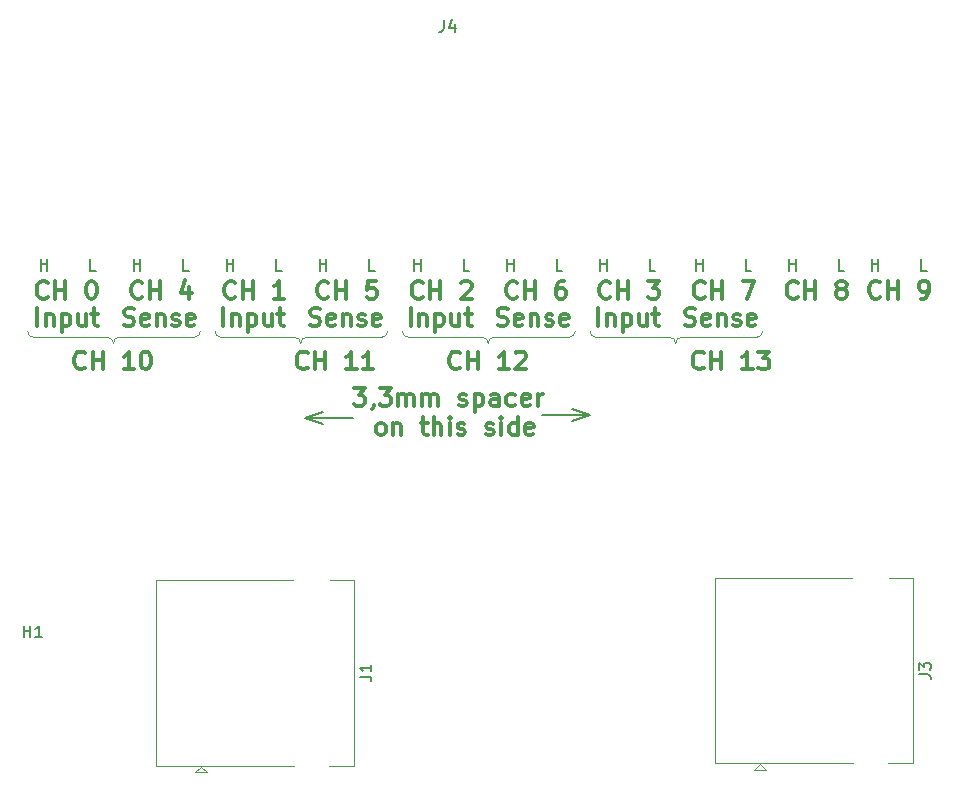
<source format=gto>
G04 #@! TF.GenerationSoftware,KiCad,Pcbnew,(5.99.0-12896-g1860893d63)*
G04 #@! TF.CreationDate,2021-12-10T21:36:47+01:00*
G04 #@! TF.ProjectId,HP_44491A_to_UTP_v2,48505f34-3434-4393-9141-5f746f5f5554,rev?*
G04 #@! TF.SameCoordinates,Original*
G04 #@! TF.FileFunction,Legend,Top*
G04 #@! TF.FilePolarity,Positive*
%FSLAX46Y46*%
G04 Gerber Fmt 4.6, Leading zero omitted, Abs format (unit mm)*
G04 Created by KiCad (PCBNEW (5.99.0-12896-g1860893d63)) date 2021-12-10 21:36:47*
%MOMM*%
%LPD*%
G01*
G04 APERTURE LIST*
G04 Aperture macros list*
%AMFreePoly0*
4,1,7,-2.370000,-16.300000,-5.155000,-16.300000,-5.155000,-13.800000,-3.970000,-13.800000,-3.970000,-5.600000,-2.370000,-5.600000,-2.370000,-16.300000,-2.370000,-16.300000,$1*%
%AMFreePoly1*
4,1,7,1.600000,-16.300000,-1.185000,-16.300000,-1.185000,-13.800000,0.000000,-13.800000,0.000000,0.000000,1.600000,0.000000,1.600000,-16.300000,1.600000,-16.300000,$1*%
G04 Aperture macros list end*
%ADD10C,0.152400*%
%ADD11C,0.304800*%
%ADD12C,0.150000*%
%ADD13C,0.300000*%
%ADD14C,0.120000*%
%ADD15C,3.650000*%
%ADD16R,1.500000X1.500000*%
%ADD17C,1.500000*%
%ADD18C,3.000000*%
%ADD19C,0.900000*%
%ADD20C,12.800000*%
%ADD21C,8.000000*%
%ADD22FreePoly0,0.000000*%
%ADD23FreePoly1,0.000000*%
G04 APERTURE END LIST*
D10*
X145034000Y-49022000D02*
X140970000Y-49022000D01*
X143510000Y-49530000D02*
X145034000Y-49022000D01*
X145034000Y-49022000D02*
X143510000Y-48514000D01*
X120904000Y-49276000D02*
X122428000Y-48768000D01*
X122428000Y-48768000D02*
X120904000Y-49276000D01*
X143510000Y-48514000D02*
X145034000Y-49022000D01*
X120904000Y-49276000D02*
X124968000Y-49276000D01*
X120904000Y-49276000D02*
X122428000Y-49784000D01*
X145034000Y-49022000D02*
X143510000Y-49530000D01*
X122428000Y-49784000D02*
X120904000Y-49276000D01*
D11*
X125040571Y-46706608D02*
X125984000Y-46706608D01*
X125476000Y-47287180D01*
X125693714Y-47287180D01*
X125838857Y-47359751D01*
X125911428Y-47432322D01*
X125984000Y-47577465D01*
X125984000Y-47940322D01*
X125911428Y-48085465D01*
X125838857Y-48158037D01*
X125693714Y-48230608D01*
X125258285Y-48230608D01*
X125113142Y-48158037D01*
X125040571Y-48085465D01*
X126709714Y-48158037D02*
X126709714Y-48230608D01*
X126637142Y-48375751D01*
X126564571Y-48448322D01*
X127217714Y-46706608D02*
X128161142Y-46706608D01*
X127653142Y-47287180D01*
X127870857Y-47287180D01*
X128016000Y-47359751D01*
X128088571Y-47432322D01*
X128161142Y-47577465D01*
X128161142Y-47940322D01*
X128088571Y-48085465D01*
X128016000Y-48158037D01*
X127870857Y-48230608D01*
X127435428Y-48230608D01*
X127290285Y-48158037D01*
X127217714Y-48085465D01*
X128814285Y-48230608D02*
X128814285Y-47214608D01*
X128814285Y-47359751D02*
X128886857Y-47287180D01*
X129032000Y-47214608D01*
X129249714Y-47214608D01*
X129394857Y-47287180D01*
X129467428Y-47432322D01*
X129467428Y-48230608D01*
X129467428Y-47432322D02*
X129540000Y-47287180D01*
X129685142Y-47214608D01*
X129902857Y-47214608D01*
X130048000Y-47287180D01*
X130120571Y-47432322D01*
X130120571Y-48230608D01*
X130846285Y-48230608D02*
X130846285Y-47214608D01*
X130846285Y-47359751D02*
X130918857Y-47287180D01*
X131064000Y-47214608D01*
X131281714Y-47214608D01*
X131426857Y-47287180D01*
X131499428Y-47432322D01*
X131499428Y-48230608D01*
X131499428Y-47432322D02*
X131572000Y-47287180D01*
X131717142Y-47214608D01*
X131934857Y-47214608D01*
X132080000Y-47287180D01*
X132152571Y-47432322D01*
X132152571Y-48230608D01*
X133966857Y-48158037D02*
X134112000Y-48230608D01*
X134402285Y-48230608D01*
X134547428Y-48158037D01*
X134620000Y-48012894D01*
X134620000Y-47940322D01*
X134547428Y-47795180D01*
X134402285Y-47722608D01*
X134184571Y-47722608D01*
X134039428Y-47650037D01*
X133966857Y-47504894D01*
X133966857Y-47432322D01*
X134039428Y-47287180D01*
X134184571Y-47214608D01*
X134402285Y-47214608D01*
X134547428Y-47287180D01*
X135273142Y-47214608D02*
X135273142Y-48738608D01*
X135273142Y-47287180D02*
X135418285Y-47214608D01*
X135708571Y-47214608D01*
X135853714Y-47287180D01*
X135926285Y-47359751D01*
X135998857Y-47504894D01*
X135998857Y-47940322D01*
X135926285Y-48085465D01*
X135853714Y-48158037D01*
X135708571Y-48230608D01*
X135418285Y-48230608D01*
X135273142Y-48158037D01*
X137305142Y-48230608D02*
X137305142Y-47432322D01*
X137232571Y-47287180D01*
X137087428Y-47214608D01*
X136797142Y-47214608D01*
X136652000Y-47287180D01*
X137305142Y-48158037D02*
X137160000Y-48230608D01*
X136797142Y-48230608D01*
X136652000Y-48158037D01*
X136579428Y-48012894D01*
X136579428Y-47867751D01*
X136652000Y-47722608D01*
X136797142Y-47650037D01*
X137160000Y-47650037D01*
X137305142Y-47577465D01*
X138684000Y-48158037D02*
X138538857Y-48230608D01*
X138248571Y-48230608D01*
X138103428Y-48158037D01*
X138030857Y-48085465D01*
X137958285Y-47940322D01*
X137958285Y-47504894D01*
X138030857Y-47359751D01*
X138103428Y-47287180D01*
X138248571Y-47214608D01*
X138538857Y-47214608D01*
X138684000Y-47287180D01*
X139917714Y-48158037D02*
X139772571Y-48230608D01*
X139482285Y-48230608D01*
X139337142Y-48158037D01*
X139264571Y-48012894D01*
X139264571Y-47432322D01*
X139337142Y-47287180D01*
X139482285Y-47214608D01*
X139772571Y-47214608D01*
X139917714Y-47287180D01*
X139990285Y-47432322D01*
X139990285Y-47577465D01*
X139264571Y-47722608D01*
X140643428Y-48230608D02*
X140643428Y-47214608D01*
X140643428Y-47504894D02*
X140716000Y-47359751D01*
X140788571Y-47287180D01*
X140933714Y-47214608D01*
X141078857Y-47214608D01*
X127217714Y-50684248D02*
X127072571Y-50611677D01*
X127000000Y-50539105D01*
X126927428Y-50393962D01*
X126927428Y-49958534D01*
X127000000Y-49813391D01*
X127072571Y-49740820D01*
X127217714Y-49668248D01*
X127435428Y-49668248D01*
X127580571Y-49740820D01*
X127653142Y-49813391D01*
X127725714Y-49958534D01*
X127725714Y-50393962D01*
X127653142Y-50539105D01*
X127580571Y-50611677D01*
X127435428Y-50684248D01*
X127217714Y-50684248D01*
X128378857Y-49668248D02*
X128378857Y-50684248D01*
X128378857Y-49813391D02*
X128451428Y-49740820D01*
X128596571Y-49668248D01*
X128814285Y-49668248D01*
X128959428Y-49740820D01*
X129032000Y-49885962D01*
X129032000Y-50684248D01*
X130701142Y-49668248D02*
X131281714Y-49668248D01*
X130918857Y-49160248D02*
X130918857Y-50466534D01*
X130991428Y-50611677D01*
X131136571Y-50684248D01*
X131281714Y-50684248D01*
X131789714Y-50684248D02*
X131789714Y-49160248D01*
X132442857Y-50684248D02*
X132442857Y-49885962D01*
X132370285Y-49740820D01*
X132225142Y-49668248D01*
X132007428Y-49668248D01*
X131862285Y-49740820D01*
X131789714Y-49813391D01*
X133168571Y-50684248D02*
X133168571Y-49668248D01*
X133168571Y-49160248D02*
X133096000Y-49232820D01*
X133168571Y-49305391D01*
X133241142Y-49232820D01*
X133168571Y-49160248D01*
X133168571Y-49305391D01*
X133821714Y-50611677D02*
X133966857Y-50684248D01*
X134257142Y-50684248D01*
X134402285Y-50611677D01*
X134474857Y-50466534D01*
X134474857Y-50393962D01*
X134402285Y-50248820D01*
X134257142Y-50176248D01*
X134039428Y-50176248D01*
X133894285Y-50103677D01*
X133821714Y-49958534D01*
X133821714Y-49885962D01*
X133894285Y-49740820D01*
X134039428Y-49668248D01*
X134257142Y-49668248D01*
X134402285Y-49740820D01*
X136216571Y-50611677D02*
X136361714Y-50684248D01*
X136652000Y-50684248D01*
X136797142Y-50611677D01*
X136869714Y-50466534D01*
X136869714Y-50393962D01*
X136797142Y-50248820D01*
X136652000Y-50176248D01*
X136434285Y-50176248D01*
X136289142Y-50103677D01*
X136216571Y-49958534D01*
X136216571Y-49885962D01*
X136289142Y-49740820D01*
X136434285Y-49668248D01*
X136652000Y-49668248D01*
X136797142Y-49740820D01*
X137522857Y-50684248D02*
X137522857Y-49668248D01*
X137522857Y-49160248D02*
X137450285Y-49232820D01*
X137522857Y-49305391D01*
X137595428Y-49232820D01*
X137522857Y-49160248D01*
X137522857Y-49305391D01*
X138901714Y-50684248D02*
X138901714Y-49160248D01*
X138901714Y-50611677D02*
X138756571Y-50684248D01*
X138466285Y-50684248D01*
X138321142Y-50611677D01*
X138248571Y-50539105D01*
X138176000Y-50393962D01*
X138176000Y-49958534D01*
X138248571Y-49813391D01*
X138321142Y-49740820D01*
X138466285Y-49668248D01*
X138756571Y-49668248D01*
X138901714Y-49740820D01*
X140208000Y-50611677D02*
X140062857Y-50684248D01*
X139772571Y-50684248D01*
X139627428Y-50611677D01*
X139554857Y-50466534D01*
X139554857Y-49885962D01*
X139627428Y-49740820D01*
X139772571Y-49668248D01*
X140062857Y-49668248D01*
X140208000Y-49740820D01*
X140280571Y-49885962D01*
X140280571Y-50031105D01*
X139554857Y-50176248D01*
D12*
X97078895Y-67829980D02*
X97078895Y-66829980D01*
X97078895Y-67306171D02*
X97650323Y-67306171D01*
X97650323Y-67829980D02*
X97650323Y-66829980D01*
X98650323Y-67829980D02*
X98078895Y-67829980D01*
X98364609Y-67829980D02*
X98364609Y-66829980D01*
X98269371Y-66972838D01*
X98174133Y-67068076D01*
X98078895Y-67115695D01*
X172891380Y-70963333D02*
X173605666Y-70963333D01*
X173748523Y-71010952D01*
X173843761Y-71106190D01*
X173891380Y-71249047D01*
X173891380Y-71344285D01*
X172891380Y-70582380D02*
X172891380Y-69963333D01*
X173272333Y-70296666D01*
X173272333Y-70153809D01*
X173319952Y-70058571D01*
X173367571Y-70010952D01*
X173462809Y-69963333D01*
X173700904Y-69963333D01*
X173796142Y-70010952D01*
X173843761Y-70058571D01*
X173891380Y-70153809D01*
X173891380Y-70439523D01*
X173843761Y-70534761D01*
X173796142Y-70582380D01*
X125520380Y-71141133D02*
X126234666Y-71141133D01*
X126377523Y-71188752D01*
X126472761Y-71283990D01*
X126520380Y-71426847D01*
X126520380Y-71522085D01*
X126520380Y-70141133D02*
X126520380Y-70712561D01*
X126520380Y-70426847D02*
X125520380Y-70426847D01*
X125663238Y-70522085D01*
X125758476Y-70617323D01*
X125806095Y-70712561D01*
X132661066Y-15555980D02*
X132661066Y-16270266D01*
X132613447Y-16413123D01*
X132518209Y-16508361D01*
X132375352Y-16555980D01*
X132280114Y-16555980D01*
X133565828Y-15889314D02*
X133565828Y-16555980D01*
X133327733Y-15508361D02*
X133089638Y-16222647D01*
X133708685Y-16222647D01*
D13*
X99109857Y-39016714D02*
X99038428Y-39088142D01*
X98824142Y-39159571D01*
X98681285Y-39159571D01*
X98467000Y-39088142D01*
X98324142Y-38945285D01*
X98252714Y-38802428D01*
X98181285Y-38516714D01*
X98181285Y-38302428D01*
X98252714Y-38016714D01*
X98324142Y-37873857D01*
X98467000Y-37731000D01*
X98681285Y-37659571D01*
X98824142Y-37659571D01*
X99038428Y-37731000D01*
X99109857Y-37802428D01*
X99752714Y-39159571D02*
X99752714Y-37659571D01*
X99752714Y-38373857D02*
X100609857Y-38373857D01*
X100609857Y-39159571D02*
X100609857Y-37659571D01*
X102752714Y-37659571D02*
X102895571Y-37659571D01*
X103038428Y-37731000D01*
X103109857Y-37802428D01*
X103181285Y-37945285D01*
X103252714Y-38231000D01*
X103252714Y-38588142D01*
X103181285Y-38873857D01*
X103109857Y-39016714D01*
X103038428Y-39088142D01*
X102895571Y-39159571D01*
X102752714Y-39159571D01*
X102609857Y-39088142D01*
X102538428Y-39016714D01*
X102467000Y-38873857D01*
X102395571Y-38588142D01*
X102395571Y-38231000D01*
X102467000Y-37945285D01*
X102538428Y-37802428D01*
X102609857Y-37731000D01*
X102752714Y-37659571D01*
D12*
X103185523Y-36774380D02*
X102709333Y-36774380D01*
X102709333Y-35774380D01*
X158684523Y-36774380D02*
X158208333Y-36774380D01*
X158208333Y-35774380D01*
X142682523Y-36774380D02*
X142206333Y-36774380D01*
X142206333Y-35774380D01*
D13*
X137214000Y-41374142D02*
X137428285Y-41445571D01*
X137785428Y-41445571D01*
X137928285Y-41374142D01*
X137999714Y-41302714D01*
X138071142Y-41159857D01*
X138071142Y-41017000D01*
X137999714Y-40874142D01*
X137928285Y-40802714D01*
X137785428Y-40731285D01*
X137499714Y-40659857D01*
X137356857Y-40588428D01*
X137285428Y-40517000D01*
X137214000Y-40374142D01*
X137214000Y-40231285D01*
X137285428Y-40088428D01*
X137356857Y-40017000D01*
X137499714Y-39945571D01*
X137856857Y-39945571D01*
X138071142Y-40017000D01*
X139285428Y-41374142D02*
X139142571Y-41445571D01*
X138856857Y-41445571D01*
X138714000Y-41374142D01*
X138642571Y-41231285D01*
X138642571Y-40659857D01*
X138714000Y-40517000D01*
X138856857Y-40445571D01*
X139142571Y-40445571D01*
X139285428Y-40517000D01*
X139356857Y-40659857D01*
X139356857Y-40802714D01*
X138642571Y-40945571D01*
X139999714Y-40445571D02*
X139999714Y-41445571D01*
X139999714Y-40588428D02*
X140071142Y-40517000D01*
X140214000Y-40445571D01*
X140428285Y-40445571D01*
X140571142Y-40517000D01*
X140642571Y-40659857D01*
X140642571Y-41445571D01*
X141285428Y-41374142D02*
X141428285Y-41445571D01*
X141714000Y-41445571D01*
X141856857Y-41374142D01*
X141928285Y-41231285D01*
X141928285Y-41159857D01*
X141856857Y-41017000D01*
X141714000Y-40945571D01*
X141499714Y-40945571D01*
X141356857Y-40874142D01*
X141285428Y-40731285D01*
X141285428Y-40659857D01*
X141356857Y-40517000D01*
X141499714Y-40445571D01*
X141714000Y-40445571D01*
X141856857Y-40517000D01*
X143142571Y-41374142D02*
X142999714Y-41445571D01*
X142714000Y-41445571D01*
X142571142Y-41374142D01*
X142499714Y-41231285D01*
X142499714Y-40659857D01*
X142571142Y-40517000D01*
X142714000Y-40445571D01*
X142999714Y-40445571D01*
X143142571Y-40517000D01*
X143214000Y-40659857D01*
X143214000Y-40802714D01*
X142499714Y-40945571D01*
D12*
X161899285Y-36774380D02*
X161899285Y-35774380D01*
X161899285Y-36250571D02*
X162470714Y-36250571D01*
X162470714Y-36774380D02*
X162470714Y-35774380D01*
D13*
X134019071Y-44985714D02*
X133947642Y-45057142D01*
X133733357Y-45128571D01*
X133590500Y-45128571D01*
X133376214Y-45057142D01*
X133233357Y-44914285D01*
X133161928Y-44771428D01*
X133090500Y-44485714D01*
X133090500Y-44271428D01*
X133161928Y-43985714D01*
X133233357Y-43842857D01*
X133376214Y-43700000D01*
X133590500Y-43628571D01*
X133733357Y-43628571D01*
X133947642Y-43700000D01*
X134019071Y-43771428D01*
X134661928Y-45128571D02*
X134661928Y-43628571D01*
X134661928Y-44342857D02*
X135519071Y-44342857D01*
X135519071Y-45128571D02*
X135519071Y-43628571D01*
X138161928Y-45128571D02*
X137304785Y-45128571D01*
X137733357Y-45128571D02*
X137733357Y-43628571D01*
X137590500Y-43842857D01*
X137447642Y-43985714D01*
X137304785Y-44057142D01*
X138733357Y-43771428D02*
X138804785Y-43700000D01*
X138947642Y-43628571D01*
X139304785Y-43628571D01*
X139447642Y-43700000D01*
X139519071Y-43771428D01*
X139590500Y-43914285D01*
X139590500Y-44057142D01*
X139519071Y-44271428D01*
X138661928Y-45128571D01*
X139590500Y-45128571D01*
D12*
X168878285Y-36774380D02*
X168878285Y-35774380D01*
X168878285Y-36250571D02*
X169449714Y-36250571D01*
X169449714Y-36774380D02*
X169449714Y-35774380D01*
D13*
X130859857Y-39016714D02*
X130788428Y-39088142D01*
X130574142Y-39159571D01*
X130431285Y-39159571D01*
X130217000Y-39088142D01*
X130074142Y-38945285D01*
X130002714Y-38802428D01*
X129931285Y-38516714D01*
X129931285Y-38302428D01*
X130002714Y-38016714D01*
X130074142Y-37873857D01*
X130217000Y-37731000D01*
X130431285Y-37659571D01*
X130574142Y-37659571D01*
X130788428Y-37731000D01*
X130859857Y-37802428D01*
X131502714Y-39159571D02*
X131502714Y-37659571D01*
X131502714Y-38373857D02*
X132359857Y-38373857D01*
X132359857Y-39159571D02*
X132359857Y-37659571D01*
X134145571Y-37802428D02*
X134217000Y-37731000D01*
X134359857Y-37659571D01*
X134717000Y-37659571D01*
X134859857Y-37731000D01*
X134931285Y-37802428D01*
X135002714Y-37945285D01*
X135002714Y-38088142D01*
X134931285Y-38302428D01*
X134074142Y-39159571D01*
X135002714Y-39159571D01*
D12*
X122148285Y-36774380D02*
X122148285Y-35774380D01*
X122148285Y-36250571D02*
X122719714Y-36250571D01*
X122719714Y-36774380D02*
X122719714Y-35774380D01*
X166558523Y-36774380D02*
X166082333Y-36774380D01*
X166082333Y-35774380D01*
X118933523Y-36774380D02*
X118457333Y-36774380D01*
X118457333Y-35774380D01*
D13*
X162609857Y-39016714D02*
X162538428Y-39088142D01*
X162324142Y-39159571D01*
X162181285Y-39159571D01*
X161967000Y-39088142D01*
X161824142Y-38945285D01*
X161752714Y-38802428D01*
X161681285Y-38516714D01*
X161681285Y-38302428D01*
X161752714Y-38016714D01*
X161824142Y-37873857D01*
X161967000Y-37731000D01*
X162181285Y-37659571D01*
X162324142Y-37659571D01*
X162538428Y-37731000D01*
X162609857Y-37802428D01*
X163252714Y-39159571D02*
X163252714Y-37659571D01*
X163252714Y-38373857D02*
X164109857Y-38373857D01*
X164109857Y-39159571D02*
X164109857Y-37659571D01*
X166181285Y-38302428D02*
X166038428Y-38231000D01*
X165967000Y-38159571D01*
X165895571Y-38016714D01*
X165895571Y-37945285D01*
X165967000Y-37802428D01*
X166038428Y-37731000D01*
X166181285Y-37659571D01*
X166467000Y-37659571D01*
X166609857Y-37731000D01*
X166681285Y-37802428D01*
X166752714Y-37945285D01*
X166752714Y-38016714D01*
X166681285Y-38159571D01*
X166609857Y-38231000D01*
X166467000Y-38302428D01*
X166181285Y-38302428D01*
X166038428Y-38373857D01*
X165967000Y-38445285D01*
X165895571Y-38588142D01*
X165895571Y-38873857D01*
X165967000Y-39016714D01*
X166038428Y-39088142D01*
X166181285Y-39159571D01*
X166467000Y-39159571D01*
X166609857Y-39088142D01*
X166681285Y-39016714D01*
X166752714Y-38873857D01*
X166752714Y-38588142D01*
X166681285Y-38445285D01*
X166609857Y-38373857D01*
X166467000Y-38302428D01*
D12*
X130149285Y-36774380D02*
X130149285Y-35774380D01*
X130149285Y-36250571D02*
X130720714Y-36250571D01*
X130720714Y-36774380D02*
X130720714Y-35774380D01*
X145897285Y-36774380D02*
X145897285Y-35774380D01*
X145897285Y-36250571D02*
X146468714Y-36250571D01*
X146468714Y-36774380D02*
X146468714Y-35774380D01*
D13*
X154650571Y-44985714D02*
X154579142Y-45057142D01*
X154364857Y-45128571D01*
X154222000Y-45128571D01*
X154007714Y-45057142D01*
X153864857Y-44914285D01*
X153793428Y-44771428D01*
X153722000Y-44485714D01*
X153722000Y-44271428D01*
X153793428Y-43985714D01*
X153864857Y-43842857D01*
X154007714Y-43700000D01*
X154222000Y-43628571D01*
X154364857Y-43628571D01*
X154579142Y-43700000D01*
X154650571Y-43771428D01*
X155293428Y-45128571D02*
X155293428Y-43628571D01*
X155293428Y-44342857D02*
X156150571Y-44342857D01*
X156150571Y-45128571D02*
X156150571Y-43628571D01*
X158793428Y-45128571D02*
X157936285Y-45128571D01*
X158364857Y-45128571D02*
X158364857Y-43628571D01*
X158222000Y-43842857D01*
X158079142Y-43985714D01*
X157936285Y-44057142D01*
X159293428Y-43628571D02*
X160222000Y-43628571D01*
X159722000Y-44200000D01*
X159936285Y-44200000D01*
X160079142Y-44271428D01*
X160150571Y-44342857D01*
X160222000Y-44485714D01*
X160222000Y-44842857D01*
X160150571Y-44985714D01*
X160079142Y-45057142D01*
X159936285Y-45128571D01*
X159507714Y-45128571D01*
X159364857Y-45057142D01*
X159293428Y-44985714D01*
D12*
X138023285Y-36774380D02*
X138023285Y-35774380D01*
X138023285Y-36250571D02*
X138594714Y-36250571D01*
X138594714Y-36774380D02*
X138594714Y-35774380D01*
D13*
X138860857Y-39016714D02*
X138789428Y-39088142D01*
X138575142Y-39159571D01*
X138432285Y-39159571D01*
X138218000Y-39088142D01*
X138075142Y-38945285D01*
X138003714Y-38802428D01*
X137932285Y-38516714D01*
X137932285Y-38302428D01*
X138003714Y-38016714D01*
X138075142Y-37873857D01*
X138218000Y-37731000D01*
X138432285Y-37659571D01*
X138575142Y-37659571D01*
X138789428Y-37731000D01*
X138860857Y-37802428D01*
X139503714Y-39159571D02*
X139503714Y-37659571D01*
X139503714Y-38373857D02*
X140360857Y-38373857D01*
X140360857Y-39159571D02*
X140360857Y-37659571D01*
X142860857Y-37659571D02*
X142575142Y-37659571D01*
X142432285Y-37731000D01*
X142360857Y-37802428D01*
X142218000Y-38016714D01*
X142146571Y-38302428D01*
X142146571Y-38873857D01*
X142218000Y-39016714D01*
X142289428Y-39088142D01*
X142432285Y-39159571D01*
X142718000Y-39159571D01*
X142860857Y-39088142D01*
X142932285Y-39016714D01*
X143003714Y-38873857D01*
X143003714Y-38516714D01*
X142932285Y-38373857D01*
X142860857Y-38302428D01*
X142718000Y-38231000D01*
X142432285Y-38231000D01*
X142289428Y-38302428D01*
X142218000Y-38373857D01*
X142146571Y-38516714D01*
X121122571Y-44985714D02*
X121051142Y-45057142D01*
X120836857Y-45128571D01*
X120694000Y-45128571D01*
X120479714Y-45057142D01*
X120336857Y-44914285D01*
X120265428Y-44771428D01*
X120194000Y-44485714D01*
X120194000Y-44271428D01*
X120265428Y-43985714D01*
X120336857Y-43842857D01*
X120479714Y-43700000D01*
X120694000Y-43628571D01*
X120836857Y-43628571D01*
X121051142Y-43700000D01*
X121122571Y-43771428D01*
X121765428Y-45128571D02*
X121765428Y-43628571D01*
X121765428Y-44342857D02*
X122622571Y-44342857D01*
X122622571Y-45128571D02*
X122622571Y-43628571D01*
X125265428Y-45128571D02*
X124408285Y-45128571D01*
X124836857Y-45128571D02*
X124836857Y-43628571D01*
X124694000Y-43842857D01*
X124551142Y-43985714D01*
X124408285Y-44057142D01*
X126694000Y-45128571D02*
X125836857Y-45128571D01*
X126265428Y-45128571D02*
X126265428Y-43628571D01*
X126122571Y-43842857D01*
X125979714Y-43985714D01*
X125836857Y-44057142D01*
D12*
X111059523Y-36774380D02*
X110583333Y-36774380D01*
X110583333Y-35774380D01*
D13*
X114984857Y-39016714D02*
X114913428Y-39088142D01*
X114699142Y-39159571D01*
X114556285Y-39159571D01*
X114342000Y-39088142D01*
X114199142Y-38945285D01*
X114127714Y-38802428D01*
X114056285Y-38516714D01*
X114056285Y-38302428D01*
X114127714Y-38016714D01*
X114199142Y-37873857D01*
X114342000Y-37731000D01*
X114556285Y-37659571D01*
X114699142Y-37659571D01*
X114913428Y-37731000D01*
X114984857Y-37802428D01*
X115627714Y-39159571D02*
X115627714Y-37659571D01*
X115627714Y-38373857D02*
X116484857Y-38373857D01*
X116484857Y-39159571D02*
X116484857Y-37659571D01*
X119127714Y-39159571D02*
X118270571Y-39159571D01*
X118699142Y-39159571D02*
X118699142Y-37659571D01*
X118556285Y-37873857D01*
X118413428Y-38016714D01*
X118270571Y-38088142D01*
X153089000Y-41374142D02*
X153303285Y-41445571D01*
X153660428Y-41445571D01*
X153803285Y-41374142D01*
X153874714Y-41302714D01*
X153946142Y-41159857D01*
X153946142Y-41017000D01*
X153874714Y-40874142D01*
X153803285Y-40802714D01*
X153660428Y-40731285D01*
X153374714Y-40659857D01*
X153231857Y-40588428D01*
X153160428Y-40517000D01*
X153089000Y-40374142D01*
X153089000Y-40231285D01*
X153160428Y-40088428D01*
X153231857Y-40017000D01*
X153374714Y-39945571D01*
X153731857Y-39945571D01*
X153946142Y-40017000D01*
X155160428Y-41374142D02*
X155017571Y-41445571D01*
X154731857Y-41445571D01*
X154589000Y-41374142D01*
X154517571Y-41231285D01*
X154517571Y-40659857D01*
X154589000Y-40517000D01*
X154731857Y-40445571D01*
X155017571Y-40445571D01*
X155160428Y-40517000D01*
X155231857Y-40659857D01*
X155231857Y-40802714D01*
X154517571Y-40945571D01*
X155874714Y-40445571D02*
X155874714Y-41445571D01*
X155874714Y-40588428D02*
X155946142Y-40517000D01*
X156089000Y-40445571D01*
X156303285Y-40445571D01*
X156446142Y-40517000D01*
X156517571Y-40659857D01*
X156517571Y-41445571D01*
X157160428Y-41374142D02*
X157303285Y-41445571D01*
X157589000Y-41445571D01*
X157731857Y-41374142D01*
X157803285Y-41231285D01*
X157803285Y-41159857D01*
X157731857Y-41017000D01*
X157589000Y-40945571D01*
X157374714Y-40945571D01*
X157231857Y-40874142D01*
X157160428Y-40731285D01*
X157160428Y-40659857D01*
X157231857Y-40517000D01*
X157374714Y-40445571D01*
X157589000Y-40445571D01*
X157731857Y-40517000D01*
X159017571Y-41374142D02*
X158874714Y-41445571D01*
X158589000Y-41445571D01*
X158446142Y-41374142D01*
X158374714Y-41231285D01*
X158374714Y-40659857D01*
X158446142Y-40517000D01*
X158589000Y-40445571D01*
X158874714Y-40445571D01*
X159017571Y-40517000D01*
X159089000Y-40659857D01*
X159089000Y-40802714D01*
X158374714Y-40945571D01*
X98252714Y-41445571D02*
X98252714Y-39945571D01*
X98967000Y-40445571D02*
X98967000Y-41445571D01*
X98967000Y-40588428D02*
X99038428Y-40517000D01*
X99181285Y-40445571D01*
X99395571Y-40445571D01*
X99538428Y-40517000D01*
X99609857Y-40659857D01*
X99609857Y-41445571D01*
X100324142Y-40445571D02*
X100324142Y-41945571D01*
X100324142Y-40517000D02*
X100467000Y-40445571D01*
X100752714Y-40445571D01*
X100895571Y-40517000D01*
X100967000Y-40588428D01*
X101038428Y-40731285D01*
X101038428Y-41159857D01*
X100967000Y-41302714D01*
X100895571Y-41374142D01*
X100752714Y-41445571D01*
X100467000Y-41445571D01*
X100324142Y-41374142D01*
X102324142Y-40445571D02*
X102324142Y-41445571D01*
X101681285Y-40445571D02*
X101681285Y-41231285D01*
X101752714Y-41374142D01*
X101895571Y-41445571D01*
X102109857Y-41445571D01*
X102252714Y-41374142D01*
X102324142Y-41302714D01*
X102824142Y-40445571D02*
X103395571Y-40445571D01*
X103038428Y-39945571D02*
X103038428Y-41231285D01*
X103109857Y-41374142D01*
X103252714Y-41445571D01*
X103395571Y-41445571D01*
D12*
X126807523Y-36774380D02*
X126331333Y-36774380D01*
X126331333Y-35774380D01*
D13*
X107110857Y-39016714D02*
X107039428Y-39088142D01*
X106825142Y-39159571D01*
X106682285Y-39159571D01*
X106468000Y-39088142D01*
X106325142Y-38945285D01*
X106253714Y-38802428D01*
X106182285Y-38516714D01*
X106182285Y-38302428D01*
X106253714Y-38016714D01*
X106325142Y-37873857D01*
X106468000Y-37731000D01*
X106682285Y-37659571D01*
X106825142Y-37659571D01*
X107039428Y-37731000D01*
X107110857Y-37802428D01*
X107753714Y-39159571D02*
X107753714Y-37659571D01*
X107753714Y-38373857D02*
X108610857Y-38373857D01*
X108610857Y-39159571D02*
X108610857Y-37659571D01*
X111110857Y-38159571D02*
X111110857Y-39159571D01*
X110753714Y-37588142D02*
X110396571Y-38659571D01*
X111325142Y-38659571D01*
X122858857Y-39016714D02*
X122787428Y-39088142D01*
X122573142Y-39159571D01*
X122430285Y-39159571D01*
X122216000Y-39088142D01*
X122073142Y-38945285D01*
X122001714Y-38802428D01*
X121930285Y-38516714D01*
X121930285Y-38302428D01*
X122001714Y-38016714D01*
X122073142Y-37873857D01*
X122216000Y-37731000D01*
X122430285Y-37659571D01*
X122573142Y-37659571D01*
X122787428Y-37731000D01*
X122858857Y-37802428D01*
X123501714Y-39159571D02*
X123501714Y-37659571D01*
X123501714Y-38373857D02*
X124358857Y-38373857D01*
X124358857Y-39159571D02*
X124358857Y-37659571D01*
X126930285Y-37659571D02*
X126216000Y-37659571D01*
X126144571Y-38373857D01*
X126216000Y-38302428D01*
X126358857Y-38231000D01*
X126716000Y-38231000D01*
X126858857Y-38302428D01*
X126930285Y-38373857D01*
X127001714Y-38516714D01*
X127001714Y-38873857D01*
X126930285Y-39016714D01*
X126858857Y-39088142D01*
X126716000Y-39159571D01*
X126358857Y-39159571D01*
X126216000Y-39088142D01*
X126144571Y-39016714D01*
X145750714Y-41445571D02*
X145750714Y-39945571D01*
X146465000Y-40445571D02*
X146465000Y-41445571D01*
X146465000Y-40588428D02*
X146536428Y-40517000D01*
X146679285Y-40445571D01*
X146893571Y-40445571D01*
X147036428Y-40517000D01*
X147107857Y-40659857D01*
X147107857Y-41445571D01*
X147822142Y-40445571D02*
X147822142Y-41945571D01*
X147822142Y-40517000D02*
X147965000Y-40445571D01*
X148250714Y-40445571D01*
X148393571Y-40517000D01*
X148465000Y-40588428D01*
X148536428Y-40731285D01*
X148536428Y-41159857D01*
X148465000Y-41302714D01*
X148393571Y-41374142D01*
X148250714Y-41445571D01*
X147965000Y-41445571D01*
X147822142Y-41374142D01*
X149822142Y-40445571D02*
X149822142Y-41445571D01*
X149179285Y-40445571D02*
X149179285Y-41231285D01*
X149250714Y-41374142D01*
X149393571Y-41445571D01*
X149607857Y-41445571D01*
X149750714Y-41374142D01*
X149822142Y-41302714D01*
X150322142Y-40445571D02*
X150893571Y-40445571D01*
X150536428Y-39945571D02*
X150536428Y-41231285D01*
X150607857Y-41374142D01*
X150750714Y-41445571D01*
X150893571Y-41445571D01*
D12*
X106400285Y-36774380D02*
X106400285Y-35774380D01*
X106400285Y-36250571D02*
X106971714Y-36250571D01*
X106971714Y-36774380D02*
X106971714Y-35774380D01*
D13*
X154735857Y-39016714D02*
X154664428Y-39088142D01*
X154450142Y-39159571D01*
X154307285Y-39159571D01*
X154093000Y-39088142D01*
X153950142Y-38945285D01*
X153878714Y-38802428D01*
X153807285Y-38516714D01*
X153807285Y-38302428D01*
X153878714Y-38016714D01*
X153950142Y-37873857D01*
X154093000Y-37731000D01*
X154307285Y-37659571D01*
X154450142Y-37659571D01*
X154664428Y-37731000D01*
X154735857Y-37802428D01*
X155378714Y-39159571D02*
X155378714Y-37659571D01*
X155378714Y-38373857D02*
X156235857Y-38373857D01*
X156235857Y-39159571D02*
X156235857Y-37659571D01*
X157950142Y-37659571D02*
X158950142Y-37659571D01*
X158307285Y-39159571D01*
X105591000Y-41374142D02*
X105805285Y-41445571D01*
X106162428Y-41445571D01*
X106305285Y-41374142D01*
X106376714Y-41302714D01*
X106448142Y-41159857D01*
X106448142Y-41017000D01*
X106376714Y-40874142D01*
X106305285Y-40802714D01*
X106162428Y-40731285D01*
X105876714Y-40659857D01*
X105733857Y-40588428D01*
X105662428Y-40517000D01*
X105591000Y-40374142D01*
X105591000Y-40231285D01*
X105662428Y-40088428D01*
X105733857Y-40017000D01*
X105876714Y-39945571D01*
X106233857Y-39945571D01*
X106448142Y-40017000D01*
X107662428Y-41374142D02*
X107519571Y-41445571D01*
X107233857Y-41445571D01*
X107091000Y-41374142D01*
X107019571Y-41231285D01*
X107019571Y-40659857D01*
X107091000Y-40517000D01*
X107233857Y-40445571D01*
X107519571Y-40445571D01*
X107662428Y-40517000D01*
X107733857Y-40659857D01*
X107733857Y-40802714D01*
X107019571Y-40945571D01*
X108376714Y-40445571D02*
X108376714Y-41445571D01*
X108376714Y-40588428D02*
X108448142Y-40517000D01*
X108591000Y-40445571D01*
X108805285Y-40445571D01*
X108948142Y-40517000D01*
X109019571Y-40659857D01*
X109019571Y-41445571D01*
X109662428Y-41374142D02*
X109805285Y-41445571D01*
X110091000Y-41445571D01*
X110233857Y-41374142D01*
X110305285Y-41231285D01*
X110305285Y-41159857D01*
X110233857Y-41017000D01*
X110091000Y-40945571D01*
X109876714Y-40945571D01*
X109733857Y-40874142D01*
X109662428Y-40731285D01*
X109662428Y-40659857D01*
X109733857Y-40517000D01*
X109876714Y-40445571D01*
X110091000Y-40445571D01*
X110233857Y-40517000D01*
X111519571Y-41374142D02*
X111376714Y-41445571D01*
X111091000Y-41445571D01*
X110948142Y-41374142D01*
X110876714Y-41231285D01*
X110876714Y-40659857D01*
X110948142Y-40517000D01*
X111091000Y-40445571D01*
X111376714Y-40445571D01*
X111519571Y-40517000D01*
X111591000Y-40659857D01*
X111591000Y-40802714D01*
X110876714Y-40945571D01*
X102269071Y-44985714D02*
X102197642Y-45057142D01*
X101983357Y-45128571D01*
X101840500Y-45128571D01*
X101626214Y-45057142D01*
X101483357Y-44914285D01*
X101411928Y-44771428D01*
X101340500Y-44485714D01*
X101340500Y-44271428D01*
X101411928Y-43985714D01*
X101483357Y-43842857D01*
X101626214Y-43700000D01*
X101840500Y-43628571D01*
X101983357Y-43628571D01*
X102197642Y-43700000D01*
X102269071Y-43771428D01*
X102911928Y-45128571D02*
X102911928Y-43628571D01*
X102911928Y-44342857D02*
X103769071Y-44342857D01*
X103769071Y-45128571D02*
X103769071Y-43628571D01*
X106411928Y-45128571D02*
X105554785Y-45128571D01*
X105983357Y-45128571D02*
X105983357Y-43628571D01*
X105840500Y-43842857D01*
X105697642Y-43985714D01*
X105554785Y-44057142D01*
X107340500Y-43628571D02*
X107483357Y-43628571D01*
X107626214Y-43700000D01*
X107697642Y-43771428D01*
X107769071Y-43914285D01*
X107840500Y-44200000D01*
X107840500Y-44557142D01*
X107769071Y-44842857D01*
X107697642Y-44985714D01*
X107626214Y-45057142D01*
X107483357Y-45128571D01*
X107340500Y-45128571D01*
X107197642Y-45057142D01*
X107126214Y-44985714D01*
X107054785Y-44842857D01*
X106983357Y-44557142D01*
X106983357Y-44200000D01*
X107054785Y-43914285D01*
X107126214Y-43771428D01*
X107197642Y-43700000D01*
X107340500Y-43628571D01*
D12*
X114274285Y-36774380D02*
X114274285Y-35774380D01*
X114274285Y-36250571D02*
X114845714Y-36250571D01*
X114845714Y-36774380D02*
X114845714Y-35774380D01*
X173537523Y-36774380D02*
X173061333Y-36774380D01*
X173061333Y-35774380D01*
X150556523Y-36774380D02*
X150080333Y-36774380D01*
X150080333Y-35774380D01*
X134808523Y-36774380D02*
X134332333Y-36774380D01*
X134332333Y-35774380D01*
D13*
X146734857Y-39016714D02*
X146663428Y-39088142D01*
X146449142Y-39159571D01*
X146306285Y-39159571D01*
X146092000Y-39088142D01*
X145949142Y-38945285D01*
X145877714Y-38802428D01*
X145806285Y-38516714D01*
X145806285Y-38302428D01*
X145877714Y-38016714D01*
X145949142Y-37873857D01*
X146092000Y-37731000D01*
X146306285Y-37659571D01*
X146449142Y-37659571D01*
X146663428Y-37731000D01*
X146734857Y-37802428D01*
X147377714Y-39159571D02*
X147377714Y-37659571D01*
X147377714Y-38373857D02*
X148234857Y-38373857D01*
X148234857Y-39159571D02*
X148234857Y-37659571D01*
X149949142Y-37659571D02*
X150877714Y-37659571D01*
X150377714Y-38231000D01*
X150592000Y-38231000D01*
X150734857Y-38302428D01*
X150806285Y-38373857D01*
X150877714Y-38516714D01*
X150877714Y-38873857D01*
X150806285Y-39016714D01*
X150734857Y-39088142D01*
X150592000Y-39159571D01*
X150163428Y-39159571D01*
X150020571Y-39088142D01*
X149949142Y-39016714D01*
X114000714Y-41445571D02*
X114000714Y-39945571D01*
X114715000Y-40445571D02*
X114715000Y-41445571D01*
X114715000Y-40588428D02*
X114786428Y-40517000D01*
X114929285Y-40445571D01*
X115143571Y-40445571D01*
X115286428Y-40517000D01*
X115357857Y-40659857D01*
X115357857Y-41445571D01*
X116072142Y-40445571D02*
X116072142Y-41945571D01*
X116072142Y-40517000D02*
X116215000Y-40445571D01*
X116500714Y-40445571D01*
X116643571Y-40517000D01*
X116715000Y-40588428D01*
X116786428Y-40731285D01*
X116786428Y-41159857D01*
X116715000Y-41302714D01*
X116643571Y-41374142D01*
X116500714Y-41445571D01*
X116215000Y-41445571D01*
X116072142Y-41374142D01*
X118072142Y-40445571D02*
X118072142Y-41445571D01*
X117429285Y-40445571D02*
X117429285Y-41231285D01*
X117500714Y-41374142D01*
X117643571Y-41445571D01*
X117857857Y-41445571D01*
X118000714Y-41374142D01*
X118072142Y-41302714D01*
X118572142Y-40445571D02*
X119143571Y-40445571D01*
X118786428Y-39945571D02*
X118786428Y-41231285D01*
X118857857Y-41374142D01*
X119000714Y-41445571D01*
X119143571Y-41445571D01*
D12*
X98526285Y-36774380D02*
X98526285Y-35774380D01*
X98526285Y-36250571D02*
X99097714Y-36250571D01*
X99097714Y-36774380D02*
X99097714Y-35774380D01*
D13*
X129875714Y-41445571D02*
X129875714Y-39945571D01*
X130590000Y-40445571D02*
X130590000Y-41445571D01*
X130590000Y-40588428D02*
X130661428Y-40517000D01*
X130804285Y-40445571D01*
X131018571Y-40445571D01*
X131161428Y-40517000D01*
X131232857Y-40659857D01*
X131232857Y-41445571D01*
X131947142Y-40445571D02*
X131947142Y-41945571D01*
X131947142Y-40517000D02*
X132090000Y-40445571D01*
X132375714Y-40445571D01*
X132518571Y-40517000D01*
X132590000Y-40588428D01*
X132661428Y-40731285D01*
X132661428Y-41159857D01*
X132590000Y-41302714D01*
X132518571Y-41374142D01*
X132375714Y-41445571D01*
X132090000Y-41445571D01*
X131947142Y-41374142D01*
X133947142Y-40445571D02*
X133947142Y-41445571D01*
X133304285Y-40445571D02*
X133304285Y-41231285D01*
X133375714Y-41374142D01*
X133518571Y-41445571D01*
X133732857Y-41445571D01*
X133875714Y-41374142D01*
X133947142Y-41302714D01*
X134447142Y-40445571D02*
X135018571Y-40445571D01*
X134661428Y-39945571D02*
X134661428Y-41231285D01*
X134732857Y-41374142D01*
X134875714Y-41445571D01*
X135018571Y-41445571D01*
D12*
X154025285Y-36774380D02*
X154025285Y-35774380D01*
X154025285Y-36250571D02*
X154596714Y-36250571D01*
X154596714Y-36774380D02*
X154596714Y-35774380D01*
D13*
X121339000Y-41374142D02*
X121553285Y-41445571D01*
X121910428Y-41445571D01*
X122053285Y-41374142D01*
X122124714Y-41302714D01*
X122196142Y-41159857D01*
X122196142Y-41017000D01*
X122124714Y-40874142D01*
X122053285Y-40802714D01*
X121910428Y-40731285D01*
X121624714Y-40659857D01*
X121481857Y-40588428D01*
X121410428Y-40517000D01*
X121339000Y-40374142D01*
X121339000Y-40231285D01*
X121410428Y-40088428D01*
X121481857Y-40017000D01*
X121624714Y-39945571D01*
X121981857Y-39945571D01*
X122196142Y-40017000D01*
X123410428Y-41374142D02*
X123267571Y-41445571D01*
X122981857Y-41445571D01*
X122839000Y-41374142D01*
X122767571Y-41231285D01*
X122767571Y-40659857D01*
X122839000Y-40517000D01*
X122981857Y-40445571D01*
X123267571Y-40445571D01*
X123410428Y-40517000D01*
X123481857Y-40659857D01*
X123481857Y-40802714D01*
X122767571Y-40945571D01*
X124124714Y-40445571D02*
X124124714Y-41445571D01*
X124124714Y-40588428D02*
X124196142Y-40517000D01*
X124339000Y-40445571D01*
X124553285Y-40445571D01*
X124696142Y-40517000D01*
X124767571Y-40659857D01*
X124767571Y-41445571D01*
X125410428Y-41374142D02*
X125553285Y-41445571D01*
X125839000Y-41445571D01*
X125981857Y-41374142D01*
X126053285Y-41231285D01*
X126053285Y-41159857D01*
X125981857Y-41017000D01*
X125839000Y-40945571D01*
X125624714Y-40945571D01*
X125481857Y-40874142D01*
X125410428Y-40731285D01*
X125410428Y-40659857D01*
X125481857Y-40517000D01*
X125624714Y-40445571D01*
X125839000Y-40445571D01*
X125981857Y-40517000D01*
X127267571Y-41374142D02*
X127124714Y-41445571D01*
X126839000Y-41445571D01*
X126696142Y-41374142D01*
X126624714Y-41231285D01*
X126624714Y-40659857D01*
X126696142Y-40517000D01*
X126839000Y-40445571D01*
X127124714Y-40445571D01*
X127267571Y-40517000D01*
X127339000Y-40659857D01*
X127339000Y-40802714D01*
X126624714Y-40945571D01*
X169588857Y-38991314D02*
X169517428Y-39062742D01*
X169303142Y-39134171D01*
X169160285Y-39134171D01*
X168946000Y-39062742D01*
X168803142Y-38919885D01*
X168731714Y-38777028D01*
X168660285Y-38491314D01*
X168660285Y-38277028D01*
X168731714Y-37991314D01*
X168803142Y-37848457D01*
X168946000Y-37705600D01*
X169160285Y-37634171D01*
X169303142Y-37634171D01*
X169517428Y-37705600D01*
X169588857Y-37777028D01*
X170231714Y-39134171D02*
X170231714Y-37634171D01*
X170231714Y-38348457D02*
X171088857Y-38348457D01*
X171088857Y-39134171D02*
X171088857Y-37634171D01*
X173017428Y-39134171D02*
X173303142Y-39134171D01*
X173446000Y-39062742D01*
X173517428Y-38991314D01*
X173660285Y-38777028D01*
X173731714Y-38491314D01*
X173731714Y-37919885D01*
X173660285Y-37777028D01*
X173588857Y-37705600D01*
X173446000Y-37634171D01*
X173160285Y-37634171D01*
X173017428Y-37705600D01*
X172946000Y-37777028D01*
X172874571Y-37919885D01*
X172874571Y-38277028D01*
X172946000Y-38419885D01*
X173017428Y-38491314D01*
X173160285Y-38562742D01*
X173446000Y-38562742D01*
X173588857Y-38491314D01*
X173660285Y-38419885D01*
X173731714Y-38277028D01*
D14*
X155649000Y-62780000D02*
X155649000Y-78500000D01*
X158939000Y-79080000D02*
X159939000Y-79080000D01*
X155649000Y-78500000D02*
X172389000Y-78500000D01*
X155649000Y-62770000D02*
X172389000Y-62770000D01*
X172389000Y-62770000D02*
X172389000Y-78500000D01*
X159439000Y-78580000D02*
X158939000Y-79080000D01*
X159939000Y-79080000D02*
X159439000Y-78580000D01*
X112568000Y-79257800D02*
X112068000Y-78757800D01*
X108278000Y-62957800D02*
X108278000Y-78677800D01*
X112068000Y-78757800D02*
X111568000Y-79257800D01*
X108278000Y-62947800D02*
X125018000Y-62947800D01*
X111568000Y-79257800D02*
X112568000Y-79257800D01*
X108278000Y-78677800D02*
X125018000Y-78677800D01*
X125018000Y-62947800D02*
X125018000Y-78677800D01*
X113787105Y-42418000D02*
X120031895Y-42418000D01*
X145537105Y-42418000D02*
X151781895Y-42418000D01*
X129662105Y-42418000D02*
X135906895Y-42418000D01*
X136901105Y-42418000D02*
X143272895Y-42418000D01*
X121026105Y-42418000D02*
X127397895Y-42418000D01*
X152776105Y-42418000D02*
X159147895Y-42418000D01*
X105162000Y-42418000D02*
X111533790Y-42418000D01*
X97923000Y-42418000D02*
X104167790Y-42418000D01*
X105162000Y-42418000D02*
G75*
G03*
X104675790Y-42926000I-1J-486676D01*
G01*
X120539895Y-42926000D02*
G75*
G03*
X120031895Y-42418000I-508001J-1D01*
G01*
X159147895Y-42418000D02*
G75*
G03*
X159655895Y-41910000I-1J508001D01*
G01*
X97415000Y-41910000D02*
G75*
G03*
X97923000Y-42418000I508001J1D01*
G01*
X111533790Y-42418000D02*
G75*
G03*
X112041790Y-41910000I-1J508001D01*
G01*
X145029105Y-41910000D02*
G75*
G03*
X145537105Y-42418000I508001J1D01*
G01*
X152289895Y-42926000D02*
G75*
G03*
X151781895Y-42418000I-508001J-1D01*
G01*
X136901105Y-42418000D02*
G75*
G03*
X136414895Y-42926000I-1J-486676D01*
G01*
X143272895Y-42418000D02*
G75*
G03*
X143780895Y-41910000I-1J508001D01*
G01*
X129154105Y-41910000D02*
G75*
G03*
X129662105Y-42418000I508001J1D01*
G01*
X136414895Y-42926000D02*
G75*
G03*
X135906895Y-42418000I-508001J-1D01*
G01*
X152776105Y-42418000D02*
G75*
G03*
X152289895Y-42926000I-1J-486676D01*
G01*
X104675790Y-42926000D02*
G75*
G03*
X104167790Y-42418000I-508001J-1D01*
G01*
X121026105Y-42418000D02*
G75*
G03*
X120539895Y-42926000I-1J-486676D01*
G01*
X127397895Y-42418000D02*
G75*
G03*
X127905895Y-41910000I-1J508001D01*
G01*
X113279105Y-41910000D02*
G75*
G03*
X113787105Y-42418000I508001J1D01*
G01*
D15*
X136452000Y-65051800D03*
X136452000Y-76481800D03*
X165789000Y-76350000D03*
X165789000Y-64920000D03*
X118418000Y-65097800D03*
X118418000Y-76527800D03*
%LPC*%
D14*
X176022000Y-35306000D02*
X90170000Y-35306000D01*
X90170000Y-35306000D02*
X90170000Y-17526000D01*
X90170000Y-17526000D02*
X176022000Y-17526000D01*
X176022000Y-17526000D02*
X176022000Y-35306000D01*
G36*
X176022000Y-35306000D02*
G01*
X90170000Y-35306000D01*
X90170000Y-17526000D01*
X176022000Y-17526000D01*
X176022000Y-35306000D01*
G37*
X176022000Y-35306000D02*
X90170000Y-35306000D01*
X90170000Y-17526000D01*
X176022000Y-17526000D01*
X176022000Y-35306000D01*
D15*
X136452000Y-65051800D03*
X136452000Y-76481800D03*
D16*
X130102000Y-66321800D03*
D17*
X127562000Y-67591800D03*
X130102000Y-68861800D03*
X127562000Y-70131800D03*
X130102000Y-71401800D03*
X127562000Y-72671800D03*
X130102000Y-73941800D03*
X127562000Y-75211800D03*
D18*
X139500000Y-78559800D03*
X139500000Y-63019800D03*
D19*
X97840800Y-69977600D03*
X93040800Y-74777600D03*
X101234913Y-78171713D03*
X94446687Y-71383487D03*
X101234913Y-71383487D03*
D20*
X97840800Y-74777600D03*
D19*
X97840800Y-79577600D03*
X102640800Y-74777600D03*
X94446687Y-78171713D03*
D15*
X165789000Y-76350000D03*
X165789000Y-64920000D03*
D16*
X159439000Y-75080000D03*
D17*
X156899000Y-73810000D03*
X159439000Y-72540000D03*
X156899000Y-71270000D03*
X159439000Y-70000000D03*
X156899000Y-68730000D03*
X159439000Y-67460000D03*
X156899000Y-66190000D03*
D18*
X168837000Y-78382000D03*
X168837000Y-62842000D03*
D15*
X118418000Y-65097800D03*
X118418000Y-76527800D03*
D16*
X112068000Y-75257800D03*
D17*
X109528000Y-73987800D03*
X112068000Y-72717800D03*
X109528000Y-71447800D03*
X112068000Y-70177800D03*
X109528000Y-68907800D03*
X112068000Y-67637800D03*
X109528000Y-66367800D03*
D18*
X121466000Y-78559800D03*
X121466000Y-63019800D03*
D21*
X150096000Y-48026000D03*
X116096000Y-48026000D03*
D19*
X97942400Y-33274000D03*
D22*
X102536000Y-17526000D03*
X102536000Y-17526000D03*
D23*
X102536000Y-17526000D03*
D19*
X101904800Y-33274000D03*
D23*
X102536000Y-17526000D03*
D19*
X113842800Y-33274000D03*
D22*
X118416000Y-17526000D03*
X118416000Y-17526000D03*
D19*
X117805200Y-33274000D03*
D23*
X118416000Y-17526000D03*
X118416000Y-17526000D03*
D22*
X134296000Y-17526000D03*
X134296000Y-17526000D03*
D19*
X129692400Y-33274000D03*
D23*
X134296000Y-17526000D03*
D19*
X133654800Y-33274000D03*
D23*
X134296000Y-17526000D03*
D22*
X150176000Y-17526000D03*
X150176000Y-17526000D03*
D19*
X145592800Y-33274000D03*
D23*
X150176000Y-17526000D03*
D19*
X149555200Y-33274000D03*
D23*
X150176000Y-17526000D03*
D19*
X105918000Y-33274000D03*
D22*
X110476000Y-17526000D03*
X110476000Y-17526000D03*
D23*
X110476000Y-17526000D03*
X110476000Y-17526000D03*
D19*
X109829600Y-33274000D03*
D22*
X126356000Y-17526000D03*
X126356000Y-17526000D03*
D19*
X121767600Y-33274000D03*
X125730000Y-33274000D03*
D23*
X126356000Y-17526000D03*
X126356000Y-17526000D03*
D22*
X142236000Y-17526000D03*
D19*
X137668000Y-33274000D03*
D22*
X142236000Y-17526000D03*
D23*
X142236000Y-17526000D03*
D19*
X141630400Y-33274000D03*
D23*
X142236000Y-17526000D03*
D22*
X158116000Y-17526000D03*
D19*
X153517600Y-33274000D03*
D22*
X158116000Y-17526000D03*
D23*
X158116000Y-17526000D03*
D19*
X157480000Y-33274000D03*
D23*
X158116000Y-17526000D03*
D22*
X166056000Y-17526000D03*
D19*
X161442400Y-33274000D03*
X165455600Y-33274000D03*
D23*
X166056000Y-17526000D03*
X166056000Y-17526000D03*
D22*
X166056000Y-17526000D03*
D19*
X169418000Y-33274000D03*
D22*
X173996000Y-17526000D03*
X173996000Y-17526000D03*
D23*
X173996000Y-17526000D03*
D19*
X173355000Y-33274000D03*
D23*
X173996000Y-17526000D03*
M02*

</source>
